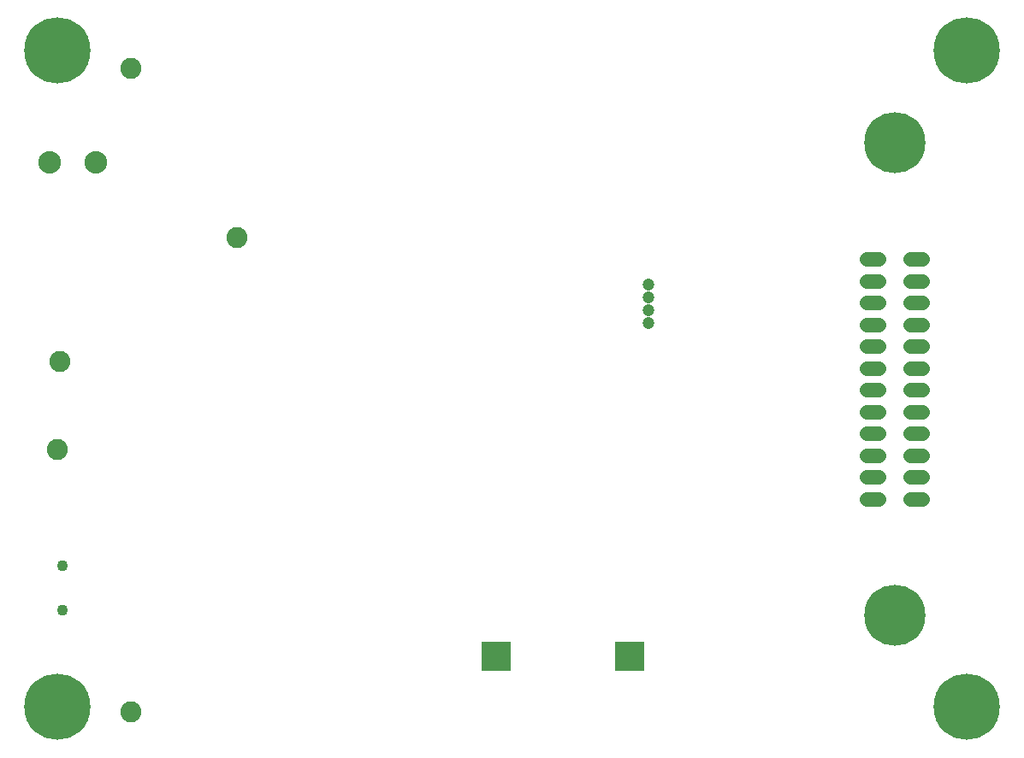
<source format=gbr>
G04 EAGLE Gerber RS-274X export*
G75*
%MOMM*%
%FSLAX34Y34*%
%LPD*%
%INSoldermask Bottom*%
%IPPOS*%
%AMOC8*
5,1,8,0,0,1.08239X$1,22.5*%
G01*
%ADD10C,2.235200*%
%ADD11C,1.422400*%
%ADD12C,6.045200*%
%ADD13C,6.553200*%
%ADD14C,1.103200*%
%ADD15C,2.082800*%
%ADD16C,1.203200*%
%ADD17R,2.984500X2.984500*%


D10*
X42600Y589400D03*
X88320Y589400D03*
D11*
X850614Y493745D02*
X862806Y493745D01*
X862806Y472155D02*
X850614Y472155D01*
X850614Y450565D02*
X862806Y450565D01*
X862806Y428975D02*
X850614Y428975D01*
X850614Y407385D02*
X862806Y407385D01*
X862806Y385795D02*
X850614Y385795D01*
X850614Y364205D02*
X862806Y364205D01*
X862806Y342615D02*
X850614Y342615D01*
X850614Y321025D02*
X862806Y321025D01*
X862806Y299435D02*
X850614Y299435D01*
X850614Y277845D02*
X862806Y277845D01*
X862806Y256255D02*
X850614Y256255D01*
X893794Y493745D02*
X905986Y493745D01*
X905986Y472155D02*
X893794Y472155D01*
X893794Y450565D02*
X905986Y450565D01*
X905986Y428975D02*
X893794Y428975D01*
X893794Y407385D02*
X905986Y407385D01*
X905986Y385795D02*
X893794Y385795D01*
X893794Y364205D02*
X905986Y364205D01*
X905986Y342615D02*
X893794Y342615D01*
X893794Y321025D02*
X905986Y321025D01*
X905986Y299435D02*
X893794Y299435D01*
X893794Y277845D02*
X905986Y277845D01*
X905986Y256255D02*
X893794Y256255D01*
D12*
X878300Y608934D03*
X878300Y141066D03*
D13*
X50000Y50000D03*
X950000Y50000D03*
X950000Y700000D03*
X50000Y700000D03*
D14*
X55000Y189500D03*
X55000Y145500D03*
D15*
X227500Y515000D03*
X52000Y392000D03*
X50000Y305000D03*
X122500Y682500D03*
D16*
X635000Y429900D03*
X635000Y442600D03*
X635000Y455300D03*
X635000Y468000D03*
D15*
X122500Y45000D03*
D17*
X616040Y100000D03*
X483960Y100000D03*
M02*

</source>
